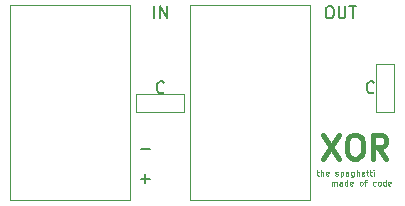
<source format=gto>
G04 #@! TF.GenerationSoftware,KiCad,Pcbnew,(5.1.6)-1*
G04 #@! TF.CreationDate,2020-06-01T08:00:51+09:00*
G04 #@! TF.ProjectId,EXOR,45584f52-2e6b-4696-9361-645f70636258,rev?*
G04 #@! TF.SameCoordinates,Original*
G04 #@! TF.FileFunction,Legend,Top*
G04 #@! TF.FilePolarity,Positive*
%FSLAX46Y46*%
G04 Gerber Fmt 4.6, Leading zero omitted, Abs format (unit mm)*
G04 Created by KiCad (PCBNEW (5.1.6)-1) date 2020-06-01 08:00:51*
%MOMM*%
%LPD*%
G01*
G04 APERTURE LIST*
%ADD10C,0.100000*%
%ADD11C,0.200000*%
%ADD12C,0.400000*%
%ADD13C,0.120000*%
G04 APERTURE END LIST*
D10*
X39902142Y-28042857D02*
X40092619Y-28042857D01*
X39973571Y-27876190D02*
X39973571Y-28304761D01*
X39997380Y-28352380D01*
X40045000Y-28376190D01*
X40092619Y-28376190D01*
X40259285Y-28376190D02*
X40259285Y-27876190D01*
X40473571Y-28376190D02*
X40473571Y-28114285D01*
X40449761Y-28066666D01*
X40402142Y-28042857D01*
X40330714Y-28042857D01*
X40283095Y-28066666D01*
X40259285Y-28090476D01*
X40902142Y-28352380D02*
X40854523Y-28376190D01*
X40759285Y-28376190D01*
X40711666Y-28352380D01*
X40687857Y-28304761D01*
X40687857Y-28114285D01*
X40711666Y-28066666D01*
X40759285Y-28042857D01*
X40854523Y-28042857D01*
X40902142Y-28066666D01*
X40925952Y-28114285D01*
X40925952Y-28161904D01*
X40687857Y-28209523D01*
X41497380Y-28352380D02*
X41545000Y-28376190D01*
X41640238Y-28376190D01*
X41687857Y-28352380D01*
X41711666Y-28304761D01*
X41711666Y-28280952D01*
X41687857Y-28233333D01*
X41640238Y-28209523D01*
X41568809Y-28209523D01*
X41521190Y-28185714D01*
X41497380Y-28138095D01*
X41497380Y-28114285D01*
X41521190Y-28066666D01*
X41568809Y-28042857D01*
X41640238Y-28042857D01*
X41687857Y-28066666D01*
X41925952Y-28042857D02*
X41925952Y-28542857D01*
X41925952Y-28066666D02*
X41973571Y-28042857D01*
X42068809Y-28042857D01*
X42116428Y-28066666D01*
X42140238Y-28090476D01*
X42164047Y-28138095D01*
X42164047Y-28280952D01*
X42140238Y-28328571D01*
X42116428Y-28352380D01*
X42068809Y-28376190D01*
X41973571Y-28376190D01*
X41925952Y-28352380D01*
X42592619Y-28376190D02*
X42592619Y-28114285D01*
X42568809Y-28066666D01*
X42521190Y-28042857D01*
X42425952Y-28042857D01*
X42378333Y-28066666D01*
X42592619Y-28352380D02*
X42545000Y-28376190D01*
X42425952Y-28376190D01*
X42378333Y-28352380D01*
X42354523Y-28304761D01*
X42354523Y-28257142D01*
X42378333Y-28209523D01*
X42425952Y-28185714D01*
X42545000Y-28185714D01*
X42592619Y-28161904D01*
X43045000Y-28042857D02*
X43045000Y-28447619D01*
X43021190Y-28495238D01*
X42997380Y-28519047D01*
X42949761Y-28542857D01*
X42878333Y-28542857D01*
X42830714Y-28519047D01*
X43045000Y-28352380D02*
X42997380Y-28376190D01*
X42902142Y-28376190D01*
X42854523Y-28352380D01*
X42830714Y-28328571D01*
X42806904Y-28280952D01*
X42806904Y-28138095D01*
X42830714Y-28090476D01*
X42854523Y-28066666D01*
X42902142Y-28042857D01*
X42997380Y-28042857D01*
X43045000Y-28066666D01*
X43283095Y-28376190D02*
X43283095Y-27876190D01*
X43497380Y-28376190D02*
X43497380Y-28114285D01*
X43473571Y-28066666D01*
X43425952Y-28042857D01*
X43354523Y-28042857D01*
X43306904Y-28066666D01*
X43283095Y-28090476D01*
X43925952Y-28352380D02*
X43878333Y-28376190D01*
X43783095Y-28376190D01*
X43735476Y-28352380D01*
X43711666Y-28304761D01*
X43711666Y-28114285D01*
X43735476Y-28066666D01*
X43783095Y-28042857D01*
X43878333Y-28042857D01*
X43925952Y-28066666D01*
X43949761Y-28114285D01*
X43949761Y-28161904D01*
X43711666Y-28209523D01*
X44092619Y-28042857D02*
X44283095Y-28042857D01*
X44164047Y-27876190D02*
X44164047Y-28304761D01*
X44187857Y-28352380D01*
X44235476Y-28376190D01*
X44283095Y-28376190D01*
X44378333Y-28042857D02*
X44568809Y-28042857D01*
X44449761Y-27876190D02*
X44449761Y-28304761D01*
X44473571Y-28352380D01*
X44521190Y-28376190D01*
X44568809Y-28376190D01*
X44735476Y-28376190D02*
X44735476Y-28042857D01*
X44735476Y-27876190D02*
X44711666Y-27900000D01*
X44735476Y-27923809D01*
X44759285Y-27900000D01*
X44735476Y-27876190D01*
X44735476Y-27923809D01*
X41175952Y-29226190D02*
X41175952Y-28892857D01*
X41175952Y-28940476D02*
X41199761Y-28916666D01*
X41247380Y-28892857D01*
X41318809Y-28892857D01*
X41366428Y-28916666D01*
X41390238Y-28964285D01*
X41390238Y-29226190D01*
X41390238Y-28964285D02*
X41414047Y-28916666D01*
X41461666Y-28892857D01*
X41533095Y-28892857D01*
X41580714Y-28916666D01*
X41604523Y-28964285D01*
X41604523Y-29226190D01*
X42056904Y-29226190D02*
X42056904Y-28964285D01*
X42033095Y-28916666D01*
X41985476Y-28892857D01*
X41890238Y-28892857D01*
X41842619Y-28916666D01*
X42056904Y-29202380D02*
X42009285Y-29226190D01*
X41890238Y-29226190D01*
X41842619Y-29202380D01*
X41818809Y-29154761D01*
X41818809Y-29107142D01*
X41842619Y-29059523D01*
X41890238Y-29035714D01*
X42009285Y-29035714D01*
X42056904Y-29011904D01*
X42509285Y-29226190D02*
X42509285Y-28726190D01*
X42509285Y-29202380D02*
X42461666Y-29226190D01*
X42366428Y-29226190D01*
X42318809Y-29202380D01*
X42295000Y-29178571D01*
X42271190Y-29130952D01*
X42271190Y-28988095D01*
X42295000Y-28940476D01*
X42318809Y-28916666D01*
X42366428Y-28892857D01*
X42461666Y-28892857D01*
X42509285Y-28916666D01*
X42937857Y-29202380D02*
X42890238Y-29226190D01*
X42795000Y-29226190D01*
X42747380Y-29202380D01*
X42723571Y-29154761D01*
X42723571Y-28964285D01*
X42747380Y-28916666D01*
X42795000Y-28892857D01*
X42890238Y-28892857D01*
X42937857Y-28916666D01*
X42961666Y-28964285D01*
X42961666Y-29011904D01*
X42723571Y-29059523D01*
X43628333Y-29226190D02*
X43580714Y-29202380D01*
X43556904Y-29178571D01*
X43533095Y-29130952D01*
X43533095Y-28988095D01*
X43556904Y-28940476D01*
X43580714Y-28916666D01*
X43628333Y-28892857D01*
X43699761Y-28892857D01*
X43747380Y-28916666D01*
X43771190Y-28940476D01*
X43795000Y-28988095D01*
X43795000Y-29130952D01*
X43771190Y-29178571D01*
X43747380Y-29202380D01*
X43699761Y-29226190D01*
X43628333Y-29226190D01*
X43937857Y-28892857D02*
X44128333Y-28892857D01*
X44009285Y-29226190D02*
X44009285Y-28797619D01*
X44033095Y-28750000D01*
X44080714Y-28726190D01*
X44128333Y-28726190D01*
X44890238Y-29202380D02*
X44842619Y-29226190D01*
X44747380Y-29226190D01*
X44699761Y-29202380D01*
X44675952Y-29178571D01*
X44652142Y-29130952D01*
X44652142Y-28988095D01*
X44675952Y-28940476D01*
X44699761Y-28916666D01*
X44747380Y-28892857D01*
X44842619Y-28892857D01*
X44890238Y-28916666D01*
X45175952Y-29226190D02*
X45128333Y-29202380D01*
X45104523Y-29178571D01*
X45080714Y-29130952D01*
X45080714Y-28988095D01*
X45104523Y-28940476D01*
X45128333Y-28916666D01*
X45175952Y-28892857D01*
X45247380Y-28892857D01*
X45295000Y-28916666D01*
X45318809Y-28940476D01*
X45342619Y-28988095D01*
X45342619Y-29130952D01*
X45318809Y-29178571D01*
X45295000Y-29202380D01*
X45247380Y-29226190D01*
X45175952Y-29226190D01*
X45771190Y-29226190D02*
X45771190Y-28726190D01*
X45771190Y-29202380D02*
X45723571Y-29226190D01*
X45628333Y-29226190D01*
X45580714Y-29202380D01*
X45556904Y-29178571D01*
X45533095Y-29130952D01*
X45533095Y-28988095D01*
X45556904Y-28940476D01*
X45580714Y-28916666D01*
X45628333Y-28892857D01*
X45723571Y-28892857D01*
X45771190Y-28916666D01*
X46199761Y-29202380D02*
X46152142Y-29226190D01*
X46056904Y-29226190D01*
X46009285Y-29202380D01*
X45985476Y-29154761D01*
X45985476Y-28964285D01*
X46009285Y-28916666D01*
X46056904Y-28892857D01*
X46152142Y-28892857D01*
X46199761Y-28916666D01*
X46223571Y-28964285D01*
X46223571Y-29011904D01*
X45985476Y-29059523D01*
D11*
X44759523Y-21312142D02*
X44711904Y-21359761D01*
X44569047Y-21407380D01*
X44473809Y-21407380D01*
X44330952Y-21359761D01*
X44235714Y-21264523D01*
X44188095Y-21169285D01*
X44140476Y-20978809D01*
X44140476Y-20835952D01*
X44188095Y-20645476D01*
X44235714Y-20550238D01*
X44330952Y-20455000D01*
X44473809Y-20407380D01*
X44569047Y-20407380D01*
X44711904Y-20455000D01*
X44759523Y-20502619D01*
X25019047Y-28646428D02*
X25780952Y-28646428D01*
X25400000Y-29027380D02*
X25400000Y-28265476D01*
X25019047Y-26106428D02*
X25780952Y-26106428D01*
X26979523Y-21312142D02*
X26931904Y-21359761D01*
X26789047Y-21407380D01*
X26693809Y-21407380D01*
X26550952Y-21359761D01*
X26455714Y-21264523D01*
X26408095Y-21169285D01*
X26360476Y-20978809D01*
X26360476Y-20835952D01*
X26408095Y-20645476D01*
X26455714Y-20550238D01*
X26550952Y-20455000D01*
X26693809Y-20407380D01*
X26789047Y-20407380D01*
X26931904Y-20455000D01*
X26979523Y-20502619D01*
X40910000Y-14057380D02*
X41100476Y-14057380D01*
X41195714Y-14105000D01*
X41290952Y-14200238D01*
X41338571Y-14390714D01*
X41338571Y-14724047D01*
X41290952Y-14914523D01*
X41195714Y-15009761D01*
X41100476Y-15057380D01*
X40910000Y-15057380D01*
X40814761Y-15009761D01*
X40719523Y-14914523D01*
X40671904Y-14724047D01*
X40671904Y-14390714D01*
X40719523Y-14200238D01*
X40814761Y-14105000D01*
X40910000Y-14057380D01*
X41767142Y-14057380D02*
X41767142Y-14866904D01*
X41814761Y-14962142D01*
X41862380Y-15009761D01*
X41957619Y-15057380D01*
X42148095Y-15057380D01*
X42243333Y-15009761D01*
X42290952Y-14962142D01*
X42338571Y-14866904D01*
X42338571Y-14057380D01*
X42671904Y-14057380D02*
X43243333Y-14057380D01*
X42957619Y-15057380D02*
X42957619Y-14057380D01*
X26146190Y-15057380D02*
X26146190Y-14057380D01*
X26622380Y-15057380D02*
X26622380Y-14057380D01*
X27193809Y-15057380D01*
X27193809Y-14057380D01*
D12*
X40465714Y-24939761D02*
X41799047Y-26939761D01*
X41799047Y-24939761D02*
X40465714Y-26939761D01*
X42941904Y-24939761D02*
X43322857Y-24939761D01*
X43513333Y-25035000D01*
X43703809Y-25225476D01*
X43799047Y-25606428D01*
X43799047Y-26273095D01*
X43703809Y-26654047D01*
X43513333Y-26844523D01*
X43322857Y-26939761D01*
X42941904Y-26939761D01*
X42751428Y-26844523D01*
X42560952Y-26654047D01*
X42465714Y-26273095D01*
X42465714Y-25606428D01*
X42560952Y-25225476D01*
X42751428Y-25035000D01*
X42941904Y-24939761D01*
X45799047Y-26939761D02*
X45132380Y-25987380D01*
X44656190Y-26939761D02*
X44656190Y-24939761D01*
X45418095Y-24939761D01*
X45608571Y-25035000D01*
X45703809Y-25130238D01*
X45799047Y-25320714D01*
X45799047Y-25606428D01*
X45703809Y-25796904D01*
X45608571Y-25892142D01*
X45418095Y-25987380D01*
X44656190Y-25987380D01*
D13*
X44958000Y-22987000D02*
X44958000Y-18923000D01*
X44958000Y-18923000D02*
X46482000Y-18923000D01*
X46482000Y-18923000D02*
X46482000Y-22987000D01*
X46482000Y-22987000D02*
X44958000Y-22987000D01*
X24638000Y-21463000D02*
X28702000Y-21463000D01*
X28702000Y-21463000D02*
X28702000Y-22987000D01*
X28702000Y-22987000D02*
X24638000Y-22987000D01*
X24638000Y-22987000D02*
X24638000Y-21463000D01*
X29210000Y-13970000D02*
X39370000Y-13970000D01*
X39370000Y-13970000D02*
X39370000Y-30480000D01*
X39370000Y-30480000D02*
X29210000Y-30480000D01*
X29210000Y-30480000D02*
X29210000Y-13970000D01*
X13970000Y-30480000D02*
X13970000Y-13970000D01*
X24130000Y-30480000D02*
X13970000Y-30480000D01*
X24130000Y-13970000D02*
X24130000Y-30480000D01*
X13970000Y-13970000D02*
X24130000Y-13970000D01*
M02*

</source>
